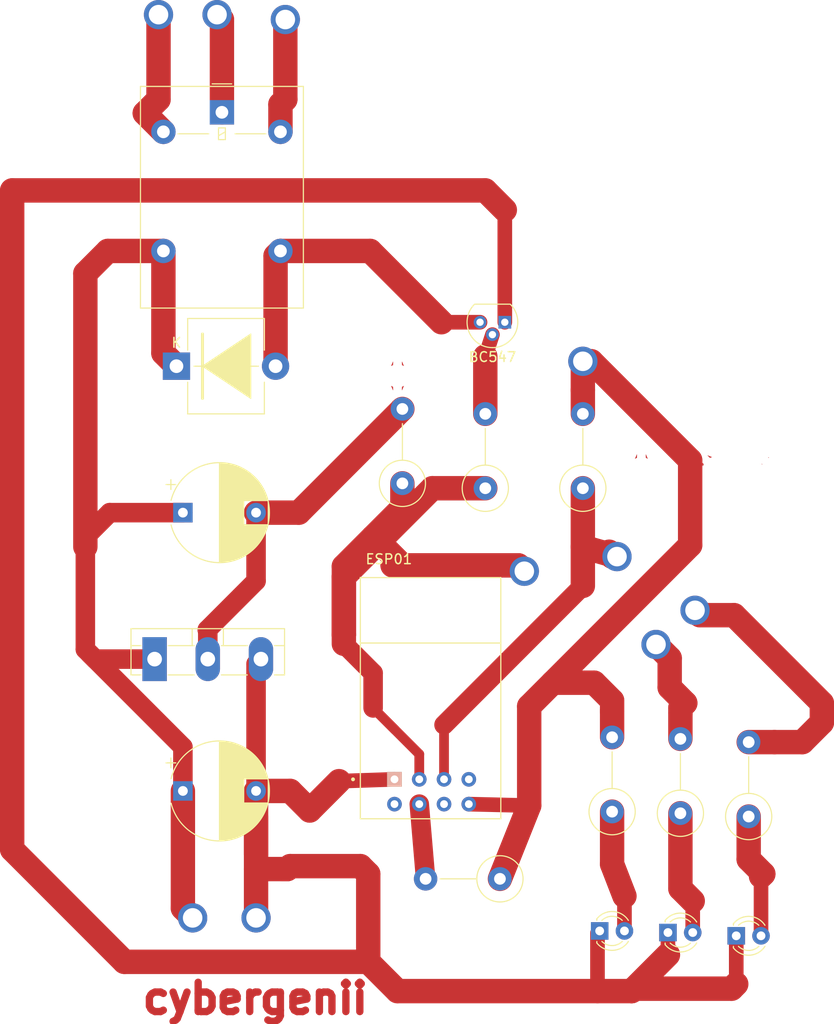
<source format=kicad_pcb>
(kicad_pcb (version 20240108) (generator "pcbnew") (generator_version "8.0")
  (layers (0 "F.Cu" signal) (31 "B.Cu" signal) (34 "B.Paste" user) (35 "F.Paste" user) (36 "B.SilkS" user "B.Silkscreen") (37 "F.SilkS" user "F.Silkscreen") (38 "B.Mask" user) (39 "F.Mask" user) (44 "Edge.Cuts" user))
  (net 0 "")
  (footprint "Relay_THT:Relay_SPDT_Omron-G5LE-1" (layer "F.Cu") (at 118 75)
    (property "Reference" "REF**" (hide yes))
    (property "Value" "Relay")
    (pad "1" thru_hole rect (at 0 0) (size 2.5 2.5) (drill 1.3) (layers "*.Cu" "*.Mask"))
    (pad "2" thru_hole oval (at -6 2) (size 2.5 2.5) (drill 1.3) (layers "*.Cu" "*.Mask"))
    (pad "3" thru_hole oval (at -6 14.2) (size 2.5 2.5) (drill 1.3) (layers "*.Cu" "*.Mask"))
    (pad "4" thru_hole oval (at 6 14.2) (size 2.5 2.5) (drill 1.3) (layers "*.Cu" "*.Mask"))
    (pad "5" thru_hole oval (at 6 2) (size 2.5 2.5) (drill 1.3) (layers "*.Cu" "*.Mask"))
  )
  (footprint "Resistor_THT:R_Axial_DIN0414_L11.9mm_D4.5mm_P7.62mm_Vertical" (layer "F.Cu") (at 155 113.5 90)
    (property "Reference" "REF**" (hide yes))
    (property "Value" "3k3")
    (pad "1" thru_hole circle (at 0 0 90) (size 2.4 2.4) (drill 1.2) (layers "*.Cu" "*.Mask"))
    (pad "2" thru_hole oval (at 7.62 0 90) (size 2.4 2.4) (drill 1.2) (layers "*.Cu" "*.Mask"))
  )
  (footprint "Resistor_THT:R_Axial_DIN0414_L11.9mm_D4.5mm_P7.62mm_Vertical" (layer "F.Cu") (at 136.5 113 90)
    (property "Reference" "REF**" (hide yes))
    (property "Value" "3k3")
    (pad "1" thru_hole circle (at 0 0 90) (size 2.4 2.4) (drill 1.2) (layers "*.Cu" "*.Mask"))
    (pad "2" thru_hole oval (at 7.62 0 90) (size 2.4 2.4) (drill 1.2) (layers "*.Cu" "*.Mask"))
  )
  (footprint "Capacitor_THT:CP_Radial_D10.0mm_P7.50mm" (layer "F.Cu") (at 114 116)
    (property "Reference" "REF" (hide yes))
    (property "Value" "10uf")
    (pad "1" thru_hole rect (at 0 0) (size 2 2) (drill 1) (layers "*.Cu" "*.Mask"))
    (pad "2" thru_hole circle (at 7.5 0) (size 2 2) (drill 1) (layers "*.Cu" "*.Mask"))
  )
  (footprint "Resistor_THT:R_Axial_DIN0414_L11.9mm_D4.5mm_P7.62mm_Vertical" (layer "F.Cu") (at 165 146.785 90)
    (property "Reference" "REF**" (hide yes))
    (property "Value" "3k3")
    (pad "1" thru_hole circle (at 0 0 90) (size 2.4 2.4) (drill 1.2) (layers "*.Cu" "*.Mask"))
    (pad "2" thru_hole oval (at 7.62 0 90) (size 2.4 2.4) (drill 1.2) (layers "*.Cu" "*.Mask"))
  )
  (footprint "LED_THT:LED_D3.0mm_Clear" (layer "F.Cu") (at 156.725 158.835)
    (property "Reference" "REF**" (hide yes))
    (property "Value" "led 1")
    (pad "1" thru_hole rect (at 0 0) (size 1.8 1.8) (drill 0.9) (layers "*.Cu" "*.Mask"))
    (pad "2" thru_hole circle (at 2.54 0) (size 1.8 1.8) (drill 0.9) (layers "*.Cu" "*.Mask"))
  )
  (footprint "Capacitor_THT:CP_Radial_D10.0mm_P7.50mm" (layer "F.Cu") (at 114 144.5)
    (property "Reference" "REF" (hide yes))
    (property "Value" "10uf")
    (pad "1" thru_hole rect (at 0 0) (size 2 2) (drill 1) (layers "*.Cu" "*.Mask"))
    (pad "2" thru_hole circle (at 7.5 0) (size 2 2) (drill 1) (layers "*.Cu" "*.Mask"))
  )
  (footprint "Resistor_THT:R_Axial_DIN0414_L11.9mm_D4.5mm_P7.62mm_Vertical" (layer "F.Cu") (at 158 146.62 90)
    (property "Reference" "REF**" (hide yes))
    (property "Value" "3k3")
    (pad "1" thru_hole circle (at 0 0 90) (size 2.4 2.4) (drill 1.2) (layers "*.Cu" "*.Mask"))
    (pad "2" thru_hole oval (at 7.62 0 90) (size 2.4 2.4) (drill 1.2) (layers "*.Cu" "*.Mask"))
  )
  (footprint "Package_TO_SOT_THT:TO-3P-3_Vertical" (layer "F.Cu") (at 111.1 131)
    (property "Reference" "REF**" (hide yes))
    (property "Value" "lm1117 3.3")
    (pad "1" thru_hole rect (at 0 0) (size 2.5 4.5) (drill 1.5) (layers "*.Cu" "*.Mask"))
    (pad "2" thru_hole oval (at 5.45 0) (size 2.5 4.5) (drill 1.5) (layers "*.Cu" "*.Mask"))
    (pad "3" thru_hole oval (at 10.9 0) (size 2.5 4.5) (drill 1.5) (layers "*.Cu" "*.Mask"))
  )
  (footprint "Resistor_THT:R_Axial_DIN0414_L11.9mm_D4.5mm_P7.62mm_Vertical" (layer "F.Cu") (at 172 147.12 90)
    (property "Reference" "REF**" (hide yes))
    (property "Value" "3k3")
    (pad "1" thru_hole circle (at 0 0 90) (size 2.4 2.4) (drill 1.2) (layers "*.Cu" "*.Mask"))
    (pad "2" thru_hole oval (at 7.62 0 90) (size 2.4 2.4) (drill 1.2) (layers "*.Cu" "*.Mask"))
  )
  (footprint "PCM_Diode_THT_AKL:D_5KP_P10.16mm_Horizontal" (layer "F.Cu") (at 113.34 101)
    (property "Reference" "REF**" (hide yes))
    (property "Value" "D_5KP_P10.16mm_Horizontal" (hide yes))
    (fp_text user "K" (at 0 -2.4 0) (layer "F.SilkS"))
    (pad "1" thru_hole rect (at 0 0) (size 2.8 2.8) (drill 1.4) (layers "*.Cu" "*.Mask"))
    (pad "2" thru_hole oval (at 10.16 0) (size 2.8 2.8) (drill 1.4) (layers "*.Cu" "*.Mask"))
  )
  (footprint "PCM_Package_TO_SOT_THT_AKL_OneLayer:TO-92" (layer "F.Cu") (at 147 96.5 180)
    (property "Reference" "BC547" (at 1.27 -3.56 180) (layer "F.SilkS"))
    (property "Value" "TO-92" (hide yes))
    (pad "1" thru_hole rect (at 0 0 270) (size 1.3 1.3) (drill 0.75) (layers "*.Cu" "*.Mask"))
    (pad "2" thru_hole circle (at 1.27 -1.27 270) (size 1.3 1.3) (drill 0.75) (layers "*.Cu" "*.Mask"))
    (pad "3" thru_hole circle (at 2.54 0 270) (size 1.3 1.3) (drill 0.75) (layers "*.Cu" "*.Mask"))
  )
  (footprint "Resistor_THT:R_Axial_DIN0414_L11.9mm_D4.5mm_P7.62mm_Vertical" (layer "F.Cu") (at 145 113.5 90)
    (property "Reference" "REF**" (hide yes))
    (property "Value" "3k3")
    (pad "1" thru_hole circle (at 0 0 90) (size 2.4 2.4) (drill 1.2) (layers "*.Cu" "*.Mask"))
    (pad "2" thru_hole oval (at 7.62 0 90) (size 2.4 2.4) (drill 1.2) (layers "*.Cu" "*.Mask"))
  )
  (footprint "Resistor_THT:R_Axial_DIN0414_L11.9mm_D4.5mm_P7.62mm_Vertical" (layer "F.Cu") (at 146.5 153.5 180)
    (property "Reference" "REF**" (hide yes))
    (property "Value" "3k3")
    (pad "1" thru_hole circle (at 0 0 180) (size 2.4 2.4) (drill 1.2) (layers "*.Cu" "*.Mask"))
    (pad "2" thru_hole oval (at 7.62 0 180) (size 2.4 2.4) (drill 1.2) (layers "*.Cu" "*.Mask"))
  )
  (footprint "esp01:XCVR_ESP8266-01_ESP-01" (layer "F.Cu") (at 139.5 135)
    (property "Reference" "ESP01" (at -4.385 -14.235 0) (layer "F.SilkS"))
    (property "Value" "XCVR_ESP8266-01_ESP-01" (hide yes))
    (pad "1" thru_hole rect (at -3.81 8.31) (size 1.5 1.5) (drill oval 0.8) (layers "*.Cu" "*.Adhes" "*.Paste" "*.SilkS" "*.Mask"))
    (pad "2" thru_hole circle (at -1.27 8.31) (size 1.5 1.5) (drill 0.8) (layers "*.Cu" "*.Mask"))
    (pad "3" thru_hole circle (at 1.27 8.31) (size 1.5 1.5) (drill 0.8) (layers "*.Cu" "*.Mask"))
    (pad "4" thru_hole circle (at 3.81 8.31) (size 1.5 1.5) (drill 0.8) (layers "*.Cu" "*.Mask"))
    (pad "5" thru_hole circle (at -3.81 10.85) (size 1.5 1.5) (drill 0.8) (layers "*.Cu" "*.Mask"))
    (pad "6" thru_hole circle (at -1.27 10.85) (size 1.5 1.5) (drill 0.8) (layers "*.Cu" "*.Mask"))
    (pad "7" thru_hole circle (at 1.27 10.85) (size 1.5 1.5) (drill 0.8) (layers "*.Cu" "*.Mask"))
    (pad "8" thru_hole circle (at 3.81 10.85) (size 1.5 1.5) (drill 0.8) (layers "*.Cu" "*.Mask"))
  )
  (footprint "LED_THT:LED_D3.0mm_Clear" (layer "F.Cu") (at 170.725 159.335)
    (property "Reference" "REF**" (hide yes))
    (property "Value" "led 1")
    (pad "1" thru_hole rect (at 0 0) (size 1.8 1.8) (drill 0.9) (layers "*.Cu" "*.Mask"))
    (pad "2" thru_hole circle (at 2.54 0) (size 1.8 1.8) (drill 0.9) (layers "*.Cu" "*.Mask"))
  )
  (footprint "LED_THT:LED_D3.0mm_Clear" (layer "F.Cu") (at 163.725 159)
    (property "Reference" "REF**" (hide yes))
    (property "Value" "led 1")
    (pad "1" thru_hole rect (at 0 0) (size 1.8 1.8) (drill 0.9) (layers "*.Cu" "*.Mask"))
    (pad "2" thru_hole circle (at 2.54 0) (size 1.8 1.8) (drill 0.9) (layers "*.Cu" "*.Mask"))
  )
  (gr_text "cybergenii" (at 109.5 167.5 0) (layer "F.Cu") (effects (font (size 3 3) (thickness 0.75) (bold yes)) (justify left bottom)))
  (segment (start 130 143.5) (end 127 146.5) (width 2.5) (layer "F.Cu") (net 0))
  (segment (start 149.5 135.83127) (end 151.915635 133.415635) (width 2.5) (layer "F.Cu") (net 0))
  (segment (start 124.5 73.681623) (end 124 74.181623) (width 2.5) (layer "F.Cu") (net 0))
  (segment (start 166 110.631623) (end 166 119.33127) (width 2.5) (layer "F.Cu") (net 0))
  (segment (start 121.5 116) (end 125.88 116) (width 2.5) (layer "F.Cu") (net 0))
  (segment (start 136.5 115.5) (end 133.5 118.5) (width 2.5) (layer "F.Cu") (net 0))
  (segment (start 166.5 126) (end 167 126.5) (width 2.5) (layer "F.Cu") (net 0))
  (segment (start 147 85) (end 145 83) (width 2.5) (layer "F.Cu") (net 0))
  (segment (start 149.5 146) (end 149.5 135.83127) (width 2.5) (layer "F.Cu") (net 0))
  (segment (start 118 65.5) (end 118 72.3) (width 2.5) (layer "F.Cu") (net 0))
  (segment (start 125.88 116) (end 136.5 105.38) (width 2.5) (layer "F.Cu") (net 0))
  (segment (start 156.5 165) (end 136 165) (width 2.5) (layer "F.Cu") (net 0))
  (segment (start 165 154.5) (end 165 146.785) (width 2.5) (layer "F.Cu") (net 0))
  (segment (start 158.5 120.5) (end 155 119.5) (width 2.5) (layer "F.Cu") (net 0))
  (segment (start 96.5 83) (end 96.5 150.5) (width 2.5) (layer "F.Cu") (net 0))
  (segment (start 112 89.2) (end 106.3 89.2) (width 2.5) (layer "F.Cu") (net 0))
  (segment (start 160 165) (end 156.5 165) (width 2.5) (layer "F.Cu") (net 0))
  (segment (start 159.265 155.265) (end 159.265 158.835) (width 1.5) (layer "F.Cu") (net 0))
  (segment (start 125 152.2) (end 124.7 152.5) (width 2.5) (layer "F.Cu") (net 0))
  (segment (start 133.6 118.5) (end 136.5 121.4) (width 2.5) (layer "F.Cu") (net 0))
  (segment (start 147 96.5) (end 147 85) (width 1.5) (layer "F.Cu") (net 0))
  (segment (start 158.5 120.5) (end 158 120.5) (width 2.5) (layer "F.Cu") (net 0))
  (segment (start 145.73 97.77) (end 145 100) (width 1.5) (layer "F.Cu") (net 0))
  (segment (start 124.7 152.5) (end 121.5 152.5) (width 2.5) (layer "F.Cu") (net 0))
  (segment (start 149 122) (end 148.4 121.4) (width 2.5) (layer "F.Cu") (net 0))
  (segment (start 179.5 137.5) (end 177.5 139.5) (width 2.5) (layer "F.Cu") (net 0))
  (segment (start 112 99.66) (end 113.34 101) (width 2.5) (layer "F.Cu") (net 0))
  (segment (start 151.915635 133.415635) (end 156.163301 133.415635) (width 2.5) (layer "F.Cu") (net 0))
  (segment (start 163.725 161.275) (end 160 165) (width 2.5) (layer "F.Cu") (net 0))
  (segment (start 140.77 143.31) (end 140.77 137.73) (width 1) (layer "F.Cu") (net 0))
  (segment (start 173.5 153) (end 173.265 153.235) (width 2.5) (layer "F.Cu") (net 0))
  (segment (start 155 100.5) (end 155.868377 100.5) (width 2.5) (layer "F.Cu") (net 0))
  (segment (start 160 165) (end 160.25 164.75) (width 2.5) (layer "F.Cu") (net 0))
  (segment (start 157.7 120.2) (end 157.7 120) (width 2.5) (layer "F.Cu") (net 0))
  (segment (start 144.46 96.5) (end 140.5 96.5) (width 1.5) (layer "F.Cu") (net 0))
  (segment (start 163.902334 133.902334) (end 165.5 135.5) (width 2.5) (layer "F.Cu") (net 0))
  (segment (start 172 147.12) (end 172 151.5) (width 2.5) (layer "F.Cu") (net 0))
  (segment (start 106.3 89.2) (end 104 91.5) (width 2.5) (layer "F.Cu") (net 0))
  (segment (start 163.902334 130.902334) (end 163.902334 133.902334) (width 2.5) (layer "F.Cu") (net 0))
  (segment (start 133 153) (end 132.2 152.2) (width 2.5) (layer "F.Cu") (net 0))
  (segment (start 158 135.252334) (end 158 136.35) (width 2.5) (layer "F.Cu") (net 0))
  (segment (start 130.5 122.572232) (end 130.5 128.5) (width 2.5) (layer "F.Cu") (net 0))
  (segment (start 132.2 152.2) (end 125 152.2) (width 2.5) (layer "F.Cu") (net 0))
  (segment (start 130.5 121.5) (end 130.5 128.5) (width 2.5) (layer "F.Cu") (net 0))
  (segment (start 96.5 150.5) (end 108 162) (width 2.5) (layer "F.Cu") (net 0))
  (segment (start 170.725 164.275) (end 170.725 159.335) (width 1.5) (layer "F.Cu") (net 0))
  (segment (start 121.5 131.5) (end 122 131) (width 2) (layer "F.Cu") (net 0))
  (segment (start 172 151.5) (end 173.5 153) (width 2.5) (layer "F.Cu") (net 0))
  (segment (start 155 103.45) (end 155 100.5) (width 2.5) (layer "F.Cu") (net 0))
  (segment (start 104 118.5) (end 104 119.5) (width 2) (layer "F.Cu") (net 0))
  (segment (start 145 113.5) (end 139.572232 113.5) (width 2.5) (layer "F.Cu") (net 0))
  (segment (start 136.5 121.4) (end 135.490608 121.4) (width 2.5) (layer "F.Cu") (net 0))
  (segment (start 133 162) (end 133 153) (width 2.5) (layer "F.Cu") (net 0))
  (segment (start 116.55 128.05) (end 116.55 131) (width 2) (layer "F.Cu") (net 0))
  (segment (start 148.4 121.4) (end 136.5 121.4) (width 2.5) (layer "F.Cu") (net 0))
  (segment (start 124.5 65.5) (end 124.5 73.681623) (width 2.5) (layer "F.Cu") (net 0))
  (segment (start 170.25 164.75) (end 170.725 164.275) (width 2.5) (layer "F.Cu") (net 0))
  (segment (start 125 144.5) (end 121.5 144.5) (width 2.5) (layer "F.Cu") (net 0))
  (segment (start 145 83) (end 96.5 83) (width 2.5) (layer "F.Cu") (net 0))
  (segment (start 133.5 136) (end 138.23 140.73) (width 1) (layer "F.Cu") (net 0))
  (segment (start 158 146.62) (end 158 152) (width 2.5) (layer "F.Cu") (net 0))
  (segment (start 114 156.5) (end 115 157.5) (width 2.5) (layer "F.Cu") (net 0))
  (segment (start 117.5 65) (end 118 65.5) (width 2.5) (layer "F.Cu") (net 0))
  (segment (start 165 136) (end 165 136.515) (width 2.5) (layer "F.Cu") (net 0))
  (segment (start 143.31 145.85) (end 149.5 146) (width 1.5) (layer "F.Cu") (net 0))
  (segment (start 124 74.181623) (end 124 77) (width 2.5) (layer "F.Cu") (net 0))
  (segment (start 114 140) (end 104.5 130.5) (width 2) (layer "F.Cu") (net 0))
  (segment (start 121.5 157.5) (end 121.5 147.2) (width 2.5) (layer "F.Cu") (net 0))
  (segment (start 156.5 165) (end 156.5 159.06) (width 1.5) (layer "F.Cu") (net 0))
  (segment (start 104 130) (end 104.5 130.5) (width 2) (layer "F.Cu") (net 0))
  (segment (start 162.5 129.5) (end 163.902334 130.902334) (width 2.5) (layer "F.Cu") (net 0))
  (segment (start 133.5 118.5) (end 130.5 121.5) (width 2.5) (layer "F.Cu") (net 0))
  (segment (start 159.265 155.265) (end 158 152) (width 2.5) (layer "F.Cu") (net 0))
  (segment (start 121.5 144.5) (end 121.5 151) (width 2.5) (layer "F.Cu") (net 0))
  (segment (start 133.5 118.5) (end 133.6 118.5) (width 2.5) (layer "F.Cu") (net 0))
  (segment (start 104.5 130.5) (end 105 131) (width 2) (layer "F.Cu") (net 0))
  (segment (start 155 105.88) (end 155 103.45) (width 2.5) (layer "F.Cu") (net 0))
  (segment (start 145 100) (end 145 105.88) (width 2.5) (layer "F.Cu") (net 0))
  (segment (start 111.5 73.681623) (end 110.090811 75.090812) (width 2.5) (layer "F.Cu") (net 0))
  (segment (start 114 144.5) (end 114 140) (width 2) (layer "F.Cu") (net 0))
  (segment (start 121.5 123) (end 116.5 128) (width 2) (layer "F.Cu") (net 0))
  (segment (start 135.73 138.23) (end 133.5 136) (width 1) (layer "F.Cu") (net 0))
  (segment (start 179.5 135.5) (end 179.5 137.5) (width 2.5) (layer "F.Cu") (net 0))
  (segment (start 163.725 159) (end 163.725 161.275) (width 1.5) (layer "F.Cu") (net 0))
  (segment (start 114 144.5) (end 114 156.5) (width 2.5) (layer "F.Cu") (net 0))
  (segment (start 149.5 146) (end 146.5 153.5) (width 2.5) (layer "F.Cu") (net 0))
  (segment (start 136 165) (end 133 162) (width 2.5) (layer "F.Cu") (net 0))
  (segment (start 165 136.515) (end 165 139.165) (width 2.5) (layer "F.Cu") (net 0))
  (segment (start 133.2 89.2) (end 124 89.2) (width 2.5) (layer "F.Cu") (net 0))
  (segment (start 138.23 140.73) (end 138.23 143.31) (width 1) (layer "F.Cu") (net 0))
  (segment (start 166.265 159) (end 166.265 155.765) (width 1.5) (layer "F.Cu") (net 0))
  (segment (start 170.5 126.5) (end 179.5 135.5) (width 2.5) (layer "F.Cu") (net 0))
  (segment (start 140.5 96.5) (end 133.2 89.2) (width 2.5) (layer "F.Cu") (net 0))
  (segment (start 124 74.3) (end 124 74.181623) (width 2.5) (layer "F.Cu") (net 0))
  (segment (start 130.5 128.5) (end 130.5 129.427768) (width 2.5) (layer "F.Cu") (net 0))
  (segment (start 124.7 152.5) (end 124.2 152.5) (width 2.5) (layer "F.Cu") (net 0))
  (segment (start 114 116) (end 106.5 116) (width 2) (layer "F.Cu") (net 0))
  (segment (start 121.5 116) (end 121.5 123) (width 2) (layer "F.Cu") (net 0))
  (segment (start 130.5 129.427768) (end 133.5 132.427768) (width 2) (layer "F.Cu") (net 0))
  (segment (start 123.5 89.7) (end 124 89.2) (width 2.5) (layer "F.Cu") (net 0))
  (segment (start 118 72.3) (end 118 75) (width 2.5) (layer "F.Cu") (net 0))
  (segment (start 133.5 132.427768) (end 133.5 136) (width 2) (layer "F.Cu") (net 0))
  (segment (start 156.163301 133.415635) (end 158 135.252334) (width 2.5) (layer "F.Cu") (net 0))
  (segment (start 139.572232 113.5) (end 130.5 122.572232) (width 2.5) (layer "F.Cu") (net 0))
  (segment (start 127 146.5) (end 125 144.5) (width 2.5) (layer "F.Cu") (net 0))
  (segment (start 158 120.5) (end 157.7 120.2) (width 2.5) (layer "F.Cu") (net 0))
  (segment (start 130 143.5) (end 135.69 143.31) (width 1.5) (layer "F.Cu") (net 0))
  (segment (start 123.5 101) (end 123.5 89.7) (width 2.5) (layer "F.Cu") (net 0))
  (segment (start 140.77 137.73) (end 155 123.5) (width 2) (layer "F.Cu") (net 0))
  (segment (start 104 91.5) (end 104 119.5) (width 2.5) (layer "F.Cu") (net 0))
  (segment (start 166 119.33127) (end 151.915635 133.415635) (width 2.5) (layer "F.Cu") (net 0))
  (segment (start 160.25 164.75) (end 170.25 164.75) (width 2.5) (layer "F.Cu") (net 0))
  (segment (start 155.868377 100.5) (end 166 110.631623) (width 2.5) (layer "F.Cu") (net 0))
  (segment (start 138.23 145.85) (end 138.88 153.5) (width 2) (layer "F.Cu") (net 0))
  (segment (start 121.5 144.5) (end 121.5 131.5) (width 2) (layer "F.Cu") (net 0))
  (segment (start 174.65 139.5) (end 172 139.5) (width 2.5) (layer "F.Cu") (net 0))
  (segment (start 108 162) (end 133 162) (width 2.5) (layer "F.Cu") (net 0))
  (segment (start 136.5 113) (end 136.5 115.5) (width 2.5) (layer "F.Cu") (net 0))
  (segment (start 167 126.5) (end 170.5 126.5) (width 2.5) (layer "F.Cu") (net 0))
  (segment (start 106.5 116) (end 104 118.5) (width 2) (layer "F.Cu") (net 0))
  (segment (start 112 89.2) (end 112 99.66) (width 2.5) (layer "F.Cu") (net 0))
  (segment (start 166.265 155.765) (end 165 154.5) (width 2.5) (layer "F.Cu") (net 0))
  (segment (start 116.5 128) (end 116.55 128.05) (width 2) (layer "F.Cu") (net 0))
  (segment (start 165.5 135.5) (end 165 136) (width 2.5) (layer "F.Cu") (net 0))
  (segment (start 158 136.35) (end 158 139) (width 2.5) (layer "F.Cu") (net 0))
  (segment (start 110.090811 75.090812) (end 112 77) (width 2.5) (layer "F.Cu") (net 0))
  (segment (start 177.5 139.5) (end 174.65 139.5) (width 2.5) (layer "F.Cu") (net 0))
  (segment (start 105 131) (end 111.1 131) (width 2) (layer "F.Cu") (net 0))
  (segment (start 111.5 65) (end 111.5 73.681623) (width 2.5) (layer "F.Cu") (net 0))
  (segment (start 173.265 153.235) (end 173.265 159.335) (width 1.5) (layer "F.Cu") (net 0))
  (segment (start 104 119.5) (end 104 130) (width 2) (layer "F.Cu") (net 0))
  (segment (start 155 123.5) (end 155 113.5) (width 2.5) (layer "F.Cu") (net 0))
  (via (at 117.5 65) (size 3) (drill 2) (layers "F.Cu" "B.Cu") (net 0))
  (via (at 158.5 120.5) (size 3) (drill 2) (layers "F.Cu" "B.Cu") (net 0))
  (via (at 149 122) (size 3) (drill 2) (layers "F.Cu" "B.Cu") (net 0))
  (via (at 111.5 65) (size 3) (drill 2) (layers "F.Cu" "B.Cu") (net 0))
  (via (at 155 100.5) (size 3) (drill 2) (layers "F.Cu" "B.Cu") (net 0))
  (via (at 121.5 157.5) (size 3) (drill 2) (layers "F.Cu" "B.Cu") (net 0))
  (via (at 115 157.5) (size 3) (drill 2) (layers "F.Cu" "B.Cu") (net 0))
  (via (at 162.5 129.5) (size 3) (drill 2) (layers "F.Cu" "B.Cu") (net 0))
  (via (at 166.5 126) (size 3) (drill 2) (layers "F.Cu" "B.Cu") (net 0))
  (via (at 124.5 65.5) (size 3) (drill 2) (layers "F.Cu" "B.Cu") (net 0))
)
</source>
